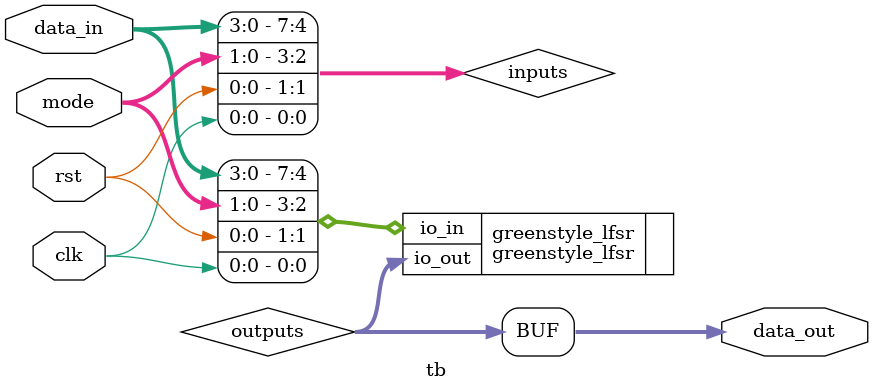
<source format=v>
`default_nettype none
`timescale 1ns/1ps

/*
this testbench just instantiates the module and makes some convenient wires
that can be driven / tested by the cocotb test.py
*/

module tb (
    // testbench is controlled by test.py
    input clk,
    input rst,
    input [1:0] mode,
    input [3:0] data_in,
    output [7:0] data_out
   );

    // this part dumps the trace to a vcd file that can be viewed with GTKWave
    initial begin
        $dumpfile ("tb.vcd");
        $dumpvars (0, tb);
        #1;
    end

    // wire up the inputs and outputs
    wire [7:0] inputs = {data_in, mode, rst, clk};
    wire [7:0] outputs;
    assign data_out = outputs[7:0];

    // instantiate the DUT
    greenstyle_lfsr greenstyle_lfsr(
        `ifdef GL_TEST
            .vccd1( 1'b1),
            .vssd1( 1'b0),
        `endif
        .io_in  (inputs),
        .io_out (outputs)
        );

endmodule

</source>
